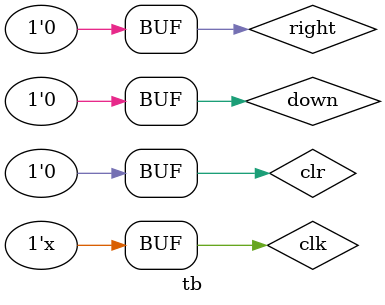
<source format=v>
`timescale 1ns / 1ps


module tb();
    reg clk;
    reg clr;
    reg up;
    reg left;
    reg right;
    reg down;
    
    wire vsync;
    wire hsync;
    
    
    wire [3:0] r,g,b;
    
    top u(
        .clk(clk),
        .clr(clr),
        .up(up),
        .left(left),
        .right(right),
        .down(down),
        .vsync(vsync),
        .hsync(hsync),
        .r(r),
        .g(g),
        .b(b)
        );
    
    initial
    begin
        #0 clk = 0;
        #0 clr = 1;
        #10 clr = 0;
            down = 1;
        #100 down = 0;
        #100 down = 1;
        #100 down = 0;
        #100 down = 1;
        #100 down = 0;
        #100 down = 1;
        #100 down = 0;
        #100 down = 1;
        #100 down = 0;
        #100 down = 1;
        #100 down = 0;
        #100 down = 1;
        #100 down = 0;
        #100 down = 1;
        #100 down = 0;
        #100 down = 1;
        #100 down = 0;
        #100 down = 1;
        #100 down = 0;
        #100 right = 1;
        #100 right = 0;
         #100 right = 1;
        #100 right = 0;
         #100 right = 1;
        #100 right = 0;
         #100 right = 1;
        #100 right = 0;
         #100 right = 1;
        #100 right = 0;
         #100 right = 1;
        #100 right = 0;
        
    end
    
    always #1 clk = ~clk;
    
endmodule

</source>
